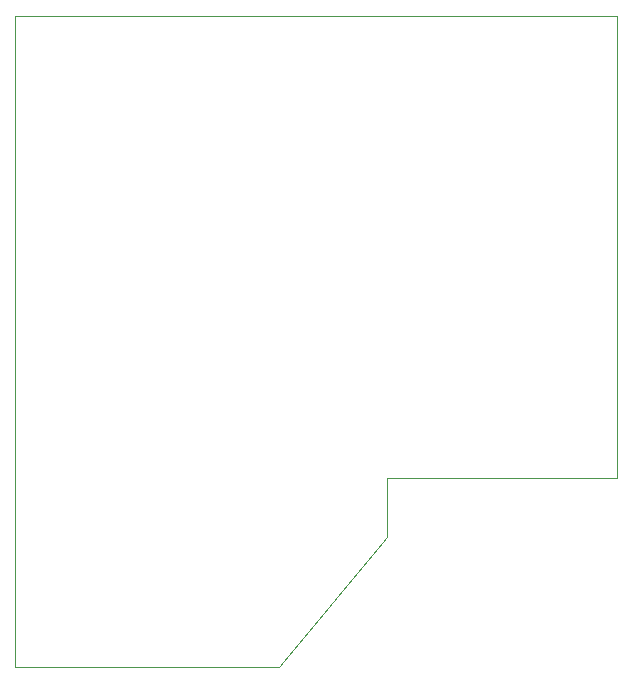
<source format=gbr>
%TF.GenerationSoftware,KiCad,Pcbnew,(5.1.9)-1*%
%TF.CreationDate,2021-05-19T15:00:27-04:00*%
%TF.ProjectId,fox_hunt_2m_fm,666f785f-6875-46e7-945f-326d5f666d2e,rev?*%
%TF.SameCoordinates,Original*%
%TF.FileFunction,Profile,NP*%
%FSLAX46Y46*%
G04 Gerber Fmt 4.6, Leading zero omitted, Abs format (unit mm)*
G04 Created by KiCad (PCBNEW (5.1.9)-1) date 2021-05-19 15:00:27*
%MOMM*%
%LPD*%
G01*
G04 APERTURE LIST*
%TA.AperFunction,Profile*%
%ADD10C,0.050000*%
%TD*%
G04 APERTURE END LIST*
D10*
X150495000Y-145669000D02*
X150495000Y-150622000D01*
X150495000Y-145669000D02*
X169926000Y-145669000D01*
X141287500Y-161671000D02*
X118999000Y-161671000D01*
X118999000Y-161671000D02*
X118999000Y-106553000D01*
X150495000Y-150622000D02*
X141287500Y-161671000D01*
X169926000Y-106553000D02*
X169926000Y-145669000D01*
X118999000Y-106553000D02*
X169926000Y-106553000D01*
M02*

</source>
